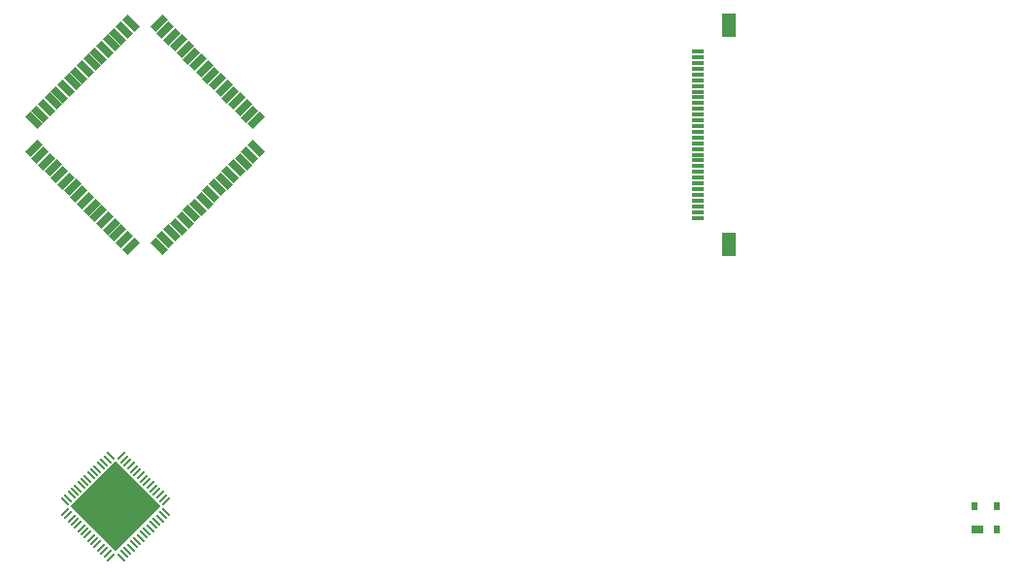
<source format=gbr>
%TF.GenerationSoftware,KiCad,Pcbnew,(6.0.2)*%
%TF.CreationDate,2022-03-22T07:27:24-04:00*%
%TF.ProjectId,Panel_Design_2,50616e65-6c5f-4446-9573-69676e5f322e,rev?*%
%TF.SameCoordinates,Original*%
%TF.FileFunction,Paste,Top*%
%TF.FilePolarity,Positive*%
%FSLAX46Y46*%
G04 Gerber Fmt 4.6, Leading zero omitted, Abs format (unit mm)*
G04 Created by KiCad (PCBNEW (6.0.2)) date 2022-03-22 07:27:24*
%MOMM*%
%LPD*%
G01*
G04 APERTURE LIST*
G04 Aperture macros list*
%AMRotRect*
0 Rectangle, with rotation*
0 The origin of the aperture is its center*
0 $1 length*
0 $2 width*
0 $3 Rotation angle, in degrees counterclockwise*
0 Add horizontal line*
21,1,$1,$2,0,0,$3*%
G04 Aperture macros list end*
%ADD10R,1.000000X0.700000*%
%ADD11R,0.600000X0.700000*%
%ADD12RotRect,0.600000X1.475000X135.000000*%
%ADD13RotRect,0.600000X1.475000X45.000000*%
%ADD14R,1.000000X0.300000*%
%ADD15R,1.300000X2.000000*%
%ADD16RotRect,0.200000X0.850000X135.000000*%
%ADD17RotRect,0.200000X0.850000X45.000000*%
%ADD18RotRect,5.550000X5.550000X45.000000*%
G04 APERTURE END LIST*
D10*
%TO.C,U3*%
X141714999Y-72549999D03*
D11*
X143414999Y-72549999D03*
X143414999Y-70549999D03*
X141514999Y-70549999D03*
%TD*%
D12*
%TO.C,IC1*%
X59420763Y-39328951D03*
X59986448Y-39894636D03*
X60552134Y-40460321D03*
X61117819Y-41026007D03*
X61683505Y-41591692D03*
X62249190Y-42157378D03*
X62814876Y-42723063D03*
X63380561Y-43288749D03*
X63946246Y-43854434D03*
X64511932Y-44420119D03*
X65077617Y-44985805D03*
X65643303Y-45551490D03*
X66208988Y-46117176D03*
X66774674Y-46682861D03*
X67340359Y-47248547D03*
X67906044Y-47814232D03*
D13*
X70363948Y-47814232D03*
X70929633Y-47248547D03*
X71495318Y-46682861D03*
X72061004Y-46117176D03*
X72626689Y-45551490D03*
X73192375Y-44985805D03*
X73758060Y-44420119D03*
X74323746Y-43854434D03*
X74889431Y-43288749D03*
X75455116Y-42723063D03*
X76020802Y-42157378D03*
X76586487Y-41591692D03*
X77152173Y-41026007D03*
X77717858Y-40460321D03*
X78283544Y-39894636D03*
X78849229Y-39328951D03*
D12*
X78849229Y-36871047D03*
X78283544Y-36305362D03*
X77717858Y-35739677D03*
X77152173Y-35173991D03*
X76586487Y-34608306D03*
X76020802Y-34042620D03*
X75455116Y-33476935D03*
X74889431Y-32911249D03*
X74323746Y-32345564D03*
X73758060Y-31779879D03*
X73192375Y-31214193D03*
X72626689Y-30648508D03*
X72061004Y-30082822D03*
X71495318Y-29517137D03*
X70929633Y-28951451D03*
X70363948Y-28385766D03*
D13*
X67906044Y-28385766D03*
X67340359Y-28951451D03*
X66774674Y-29517137D03*
X66208988Y-30082822D03*
X65643303Y-30648508D03*
X65077617Y-31214193D03*
X64511932Y-31779879D03*
X63946246Y-32345564D03*
X63380561Y-32911249D03*
X62814876Y-33476935D03*
X62249190Y-34042620D03*
X61683505Y-34608306D03*
X61117819Y-35173991D03*
X60552134Y-35739677D03*
X59986448Y-36305362D03*
X59420763Y-36871047D03*
%TD*%
D14*
%TO.C,UOLED1*%
X117369996Y-45349999D03*
X117369996Y-44849999D03*
X117369996Y-44349999D03*
X117369996Y-43849999D03*
X117369996Y-43349999D03*
X117369996Y-42849999D03*
X117369996Y-42349999D03*
X117369996Y-41849999D03*
X117369996Y-41349999D03*
X117369996Y-40849999D03*
X117369996Y-40349999D03*
X117369996Y-39849999D03*
X117369996Y-39349999D03*
X117369996Y-38849999D03*
X117369996Y-38349999D03*
X117369996Y-37849999D03*
X117369996Y-37349999D03*
X117369996Y-36849999D03*
X117369996Y-36349999D03*
X117369996Y-35849999D03*
X117369996Y-35349999D03*
X117369996Y-34849999D03*
X117369996Y-34349999D03*
X117369996Y-33849999D03*
X117369996Y-33349999D03*
X117369996Y-32849999D03*
X117369996Y-32349999D03*
X117369996Y-31849999D03*
X117369996Y-31349999D03*
X117369996Y-30849999D03*
D15*
X120069996Y-47649999D03*
X120069996Y-28549999D03*
%TD*%
D16*
%TO.C,U1*%
X62175579Y-71039618D03*
X62458421Y-71322461D03*
X62741264Y-71605304D03*
X63024107Y-71888147D03*
X63306949Y-72170989D03*
X63589792Y-72453832D03*
X63872635Y-72736675D03*
X64155478Y-73019517D03*
X64438320Y-73302360D03*
X64721163Y-73585203D03*
X65004006Y-73868046D03*
X65286848Y-74150888D03*
X65569691Y-74433731D03*
X65852534Y-74716574D03*
X66135377Y-74999416D03*
D17*
X67054615Y-74999416D03*
X67337458Y-74716574D03*
X67620301Y-74433731D03*
X67903144Y-74150888D03*
X68185986Y-73868046D03*
X68468829Y-73585203D03*
X68751672Y-73302360D03*
X69034514Y-73019517D03*
X69317357Y-72736675D03*
X69600200Y-72453832D03*
X69883043Y-72170989D03*
X70165885Y-71888147D03*
X70448728Y-71605304D03*
X70731571Y-71322461D03*
X71014413Y-71039618D03*
D16*
X71014413Y-70120380D03*
X70731571Y-69837537D03*
X70448728Y-69554694D03*
X70165885Y-69271851D03*
X69883043Y-68989009D03*
X69600200Y-68706166D03*
X69317357Y-68423323D03*
X69034514Y-68140481D03*
X68751672Y-67857638D03*
X68468829Y-67574795D03*
X68185986Y-67291952D03*
X67903144Y-67009110D03*
X67620301Y-66726267D03*
X67337458Y-66443424D03*
X67054615Y-66160582D03*
D17*
X66135377Y-66160582D03*
X65852534Y-66443424D03*
X65569691Y-66726267D03*
X65286848Y-67009110D03*
X65004006Y-67291952D03*
X64721163Y-67574795D03*
X64438320Y-67857638D03*
X64155478Y-68140481D03*
X63872635Y-68423323D03*
X63589792Y-68706166D03*
X63306949Y-68989009D03*
X63024107Y-69271851D03*
X62741264Y-69554694D03*
X62458421Y-69837537D03*
X62175579Y-70120380D03*
D18*
X66594996Y-70579999D03*
%TD*%
M02*

</source>
